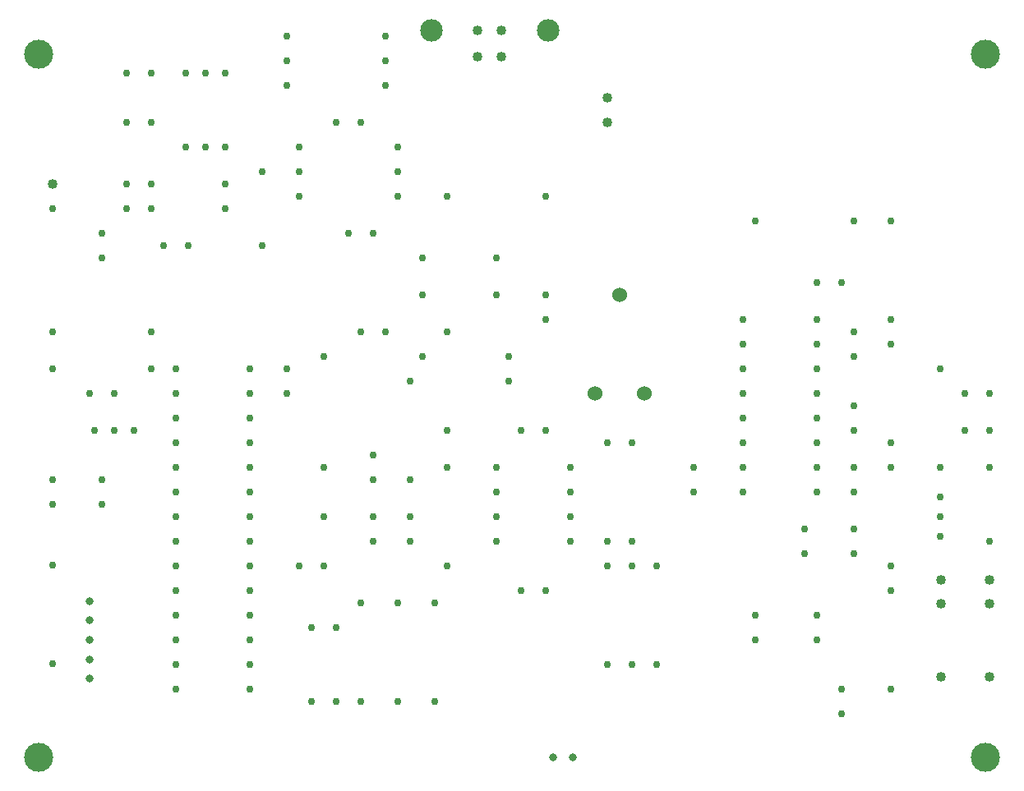
<source format=gbr>
G04 PROTEUS GERBER X2 FILE*
%TF.GenerationSoftware,Labcenter,Proteus,8.16-SP3-Build36097*%
%TF.CreationDate,2025-03-03T11:54:56+00:00*%
%TF.FileFunction,Plated,1,2,PTH*%
%TF.FilePolarity,Positive*%
%TF.Part,Single*%
%TF.SameCoordinates,{a465033a-5eb4-4552-998f-b6e5ac0f812f}*%
%FSLAX45Y45*%
%MOMM*%
G01*
%TA.AperFunction,ComponentDrill*%
%ADD50C,1.016000*%
%TA.AperFunction,MechanicalDrill*%
%ADD51C,2.311400*%
%TA.AperFunction,ComponentDrill*%
%ADD52C,0.762000*%
%TA.AperFunction,ComponentDrill*%
%ADD53C,1.524000*%
%TA.AperFunction,ComponentDrill*%
%ADD54C,0.812800*%
%TA.AperFunction,MechanicalDrill*%
%ADD55C,3.000000*%
%TD.AperFunction*%
D50*
X+5517960Y+3727120D03*
X+5766880Y+3727120D03*
X+5766880Y+3998900D03*
X+5517960Y+3998900D03*
D51*
X+6250000Y+4000000D03*
X+5046040Y+4000000D03*
D52*
X+3175000Y-2794000D03*
X+3175000Y-2540000D03*
X+3175000Y-2286000D03*
X+3175000Y-2032000D03*
X+3175000Y-1778000D03*
X+3175000Y-1524000D03*
X+3175000Y-1270000D03*
X+3175000Y-1016000D03*
X+3175000Y-762000D03*
X+3175000Y-508000D03*
X+3175000Y-254000D03*
X+3175000Y+0D03*
X+3175000Y+254000D03*
X+3175000Y+508000D03*
X+2413000Y+508000D03*
X+2413000Y+254000D03*
X+2413000Y+0D03*
X+2413000Y-254000D03*
X+2413000Y-508000D03*
X+2413000Y-762000D03*
X+2413000Y-1016000D03*
X+2413000Y-1270000D03*
X+2413000Y-1524000D03*
X+2413000Y-1778000D03*
X+2413000Y-2032000D03*
X+2413000Y-2286000D03*
X+2413000Y-2540000D03*
X+2413000Y-2792000D03*
X+1981200Y-127000D03*
X+1778000Y-127000D03*
X+1574800Y-127000D03*
X+1143000Y-889000D03*
X+1143000Y-635000D03*
X+1651000Y-635000D03*
X+1651000Y-889000D03*
X+1139000Y-2536000D03*
X+1139000Y-1520000D03*
X+1778000Y+254000D03*
X+1524000Y+254000D03*
X+1143000Y+508000D03*
X+2159000Y+508000D03*
X+2159000Y+889000D03*
X+1143000Y+889000D03*
X+3937000Y-1016000D03*
X+3937000Y-508000D03*
X+4445000Y-1270000D03*
X+4445000Y-1016000D03*
X+4445000Y-381000D03*
X+4445000Y-635000D03*
X+3556000Y+254000D03*
X+3556000Y+508000D03*
X+3683000Y-1524000D03*
X+3937000Y-1524000D03*
X+3810000Y-2159000D03*
X+3810000Y-2921000D03*
X+4064000Y-2159000D03*
X+4064000Y-2921000D03*
X+4318000Y-1905000D03*
X+4318000Y-2921000D03*
X+4699000Y-1905000D03*
X+4699000Y-2921000D03*
X+5080000Y-1905000D03*
X+5080000Y-2921000D03*
X+6477000Y-1270000D03*
X+6477000Y-1016000D03*
X+6477000Y-762000D03*
X+6477000Y-508000D03*
X+5715000Y-508000D03*
X+5715000Y-762000D03*
X+5715000Y-1016000D03*
X+5715000Y-1270000D03*
X+4826000Y-1270000D03*
X+4826000Y-1016000D03*
X+4826000Y-635000D03*
X+4826000Y+381000D03*
X+5207000Y-1524000D03*
X+5207000Y-508000D03*
X+5969000Y-1778000D03*
X+6223000Y-1778000D03*
X+5969000Y-127000D03*
X+6223000Y-127000D03*
X+5842000Y+635000D03*
X+5842000Y+381000D03*
X+4953000Y+635000D03*
X+3937000Y+635000D03*
X+5207000Y-127000D03*
X+5207000Y+889000D03*
X+4572000Y+889000D03*
X+4318000Y+889000D03*
X+6858000Y-2540000D03*
X+6858000Y-1524000D03*
X+7112000Y-2540000D03*
X+7112000Y-1524000D03*
X+7366000Y-1524000D03*
X+7366000Y-2540000D03*
X+6858000Y-1270000D03*
X+6858000Y-254000D03*
X+7112000Y-1270000D03*
X+7112000Y-254000D03*
D53*
X+6731000Y+254000D03*
X+7239000Y+254000D03*
X+6985000Y+1270000D03*
D52*
X+9017000Y-762000D03*
X+9017000Y-508000D03*
X+9017000Y-254000D03*
X+9017000Y+0D03*
X+9017000Y+254000D03*
X+9017000Y+508000D03*
X+9017000Y+762000D03*
X+9017000Y+1016000D03*
X+8255000Y+1016000D03*
X+8255000Y+762000D03*
X+8255000Y+508000D03*
X+8255000Y+254000D03*
X+8255000Y+0D03*
X+8255000Y-254000D03*
X+8255000Y-508000D03*
X+8255000Y-762000D03*
X+7747000Y-508000D03*
X+7747000Y-762000D03*
X+8382000Y-2032000D03*
X+8382000Y-2286000D03*
X+9017000Y-2032000D03*
X+9017000Y-2286000D03*
X+8890000Y-1143000D03*
X+8890000Y-1397000D03*
X+9398000Y-1143000D03*
X+9398000Y-1397000D03*
X+9398000Y-508000D03*
X+9398000Y-762000D03*
X+9398000Y+127000D03*
X+9398000Y-127000D03*
X+9398000Y+889000D03*
X+9398000Y+635000D03*
X+9017000Y+1397000D03*
X+9271000Y+1397000D03*
X+9779000Y-1778000D03*
X+9779000Y-2794000D03*
X+9779000Y-508000D03*
X+9779000Y-1524000D03*
X+9779000Y+762000D03*
X+9779000Y-254000D03*
X+9779000Y+2032000D03*
X+9779000Y+1016000D03*
X+8382000Y+2032000D03*
X+9398000Y+2032000D03*
D50*
X+10295000Y-1917000D03*
X+10795000Y-1917000D03*
X+10295000Y-2667000D03*
X+10795000Y-2667000D03*
X+10295000Y-1667000D03*
X+10795000Y-1667000D03*
D52*
X+10287000Y-1219200D03*
X+10287000Y-1016000D03*
X+10287000Y-812800D03*
X+10795000Y-508000D03*
X+10795000Y-1270000D03*
X+10287000Y-508000D03*
X+10287000Y+508000D03*
X+10795000Y-127000D03*
X+10541000Y-127000D03*
X+10795000Y+254000D03*
X+10541000Y+254000D03*
D50*
X+6858000Y+3048000D03*
X+6858000Y+3302000D03*
D52*
X+5207000Y+2286000D03*
X+6223000Y+2286000D03*
X+6223000Y+1016000D03*
X+6223000Y+1270000D03*
X+4953000Y+1651000D03*
X+5715000Y+1651000D03*
X+5715000Y+1270000D03*
X+4953000Y+1270000D03*
X+4191000Y+1905000D03*
X+4445000Y+1905000D03*
X+4699000Y+2540000D03*
X+3683000Y+2540000D03*
X+3683000Y+2286000D03*
X+4699000Y+2286000D03*
X+4699000Y+2794000D03*
X+3683000Y+2794000D03*
X+4318000Y+3048000D03*
X+4064000Y+3048000D03*
X+3556000Y+3429000D03*
X+4572000Y+3429000D03*
X+3556000Y+3683000D03*
X+4572000Y+3683000D03*
X+3556000Y+3937000D03*
X+4572000Y+3937000D03*
X+2514600Y+3556000D03*
X+2717800Y+3556000D03*
X+2921000Y+3556000D03*
X+2514600Y+2794000D03*
X+2717800Y+2794000D03*
X+2921000Y+2794000D03*
X+2921000Y+2413000D03*
X+2159000Y+2413000D03*
X+3302000Y+2540000D03*
X+3302000Y+1778000D03*
X+2921000Y+2159000D03*
X+2159000Y+2159000D03*
X+1905000Y+2413000D03*
D50*
X+1143000Y+2413000D03*
D52*
X+1905000Y+2159000D03*
X+1143000Y+2159000D03*
X+1651000Y+1651000D03*
X+1651000Y+1905000D03*
X+2540000Y+1778000D03*
X+2286000Y+1778000D03*
X+2159000Y+3048000D03*
X+1905000Y+3048000D03*
X+2159000Y+3556000D03*
X+1905000Y+3556000D03*
X+9271000Y-3048000D03*
X+9271000Y-2794000D03*
D54*
X+1524000Y-2686000D03*
X+1524000Y-2486000D03*
X+1524000Y-2286000D03*
X+1524000Y-2086000D03*
X+1524000Y-1886000D03*
X+6500000Y-3500000D03*
X+6300000Y-3500000D03*
D55*
X+1000000Y-3500000D03*
X+10750000Y-3500000D03*
X+1000000Y+3750000D03*
X+10750000Y+3750000D03*
M02*

</source>
